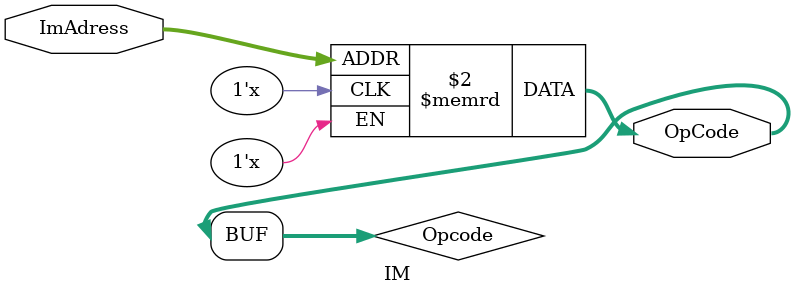
<source format=v>


module IM(OpCode,ImAdress);
	input [4:0] ImAdress;

	output [31:0]  OpCode;

	reg[31:0] Opcode;

	reg [31:0]  IMem[1024:0];

	always@(ImAdress)
	begin
		     Opcode = IMem[ImAdress];
	end
	assign OpCode = Opcode;
endmodule

</source>
